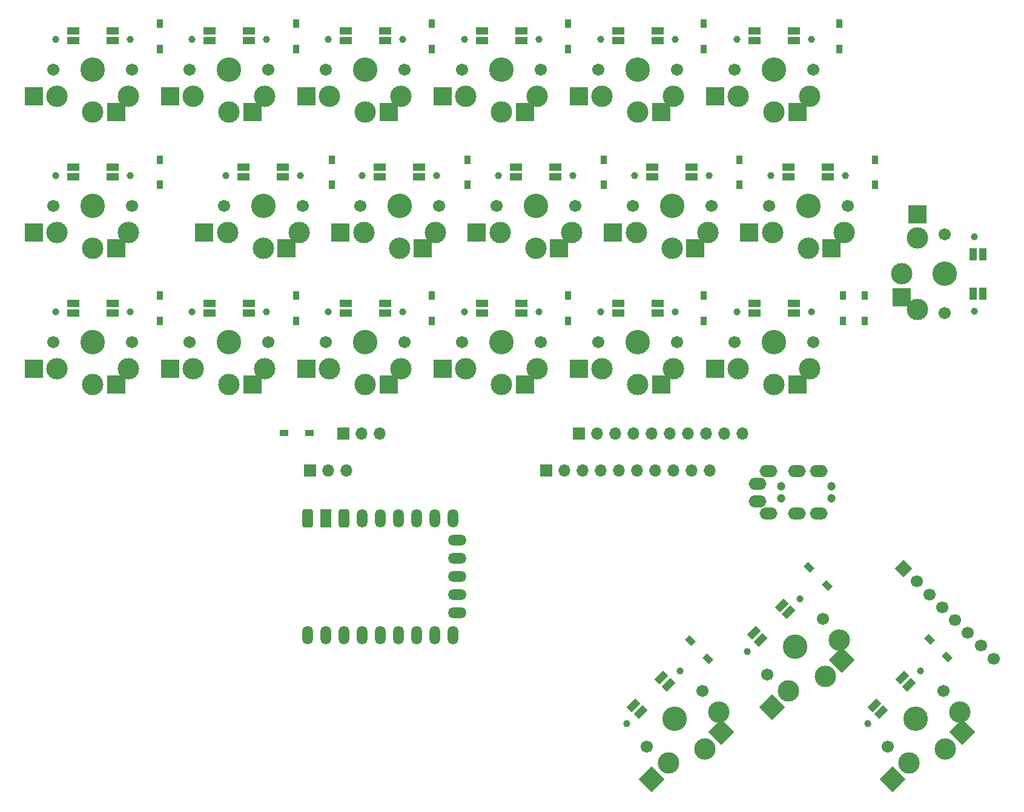
<source format=gbr>
G04 #@! TF.GenerationSoftware,KiCad,Pcbnew,8.0.3*
G04 #@! TF.CreationDate,2024-06-24T22:19:19+09:00*
G04 #@! TF.ProjectId,sepsepkbd,73657073-6570-46b6-9264-2e6b69636164,2.1*
G04 #@! TF.SameCoordinates,Original*
G04 #@! TF.FileFunction,Soldermask,Bot*
G04 #@! TF.FilePolarity,Negative*
%FSLAX46Y46*%
G04 Gerber Fmt 4.6, Leading zero omitted, Abs format (unit mm)*
G04 Created by KiCad (PCBNEW 8.0.3) date 2024-06-24 22:19:19*
%MOMM*%
%LPD*%
G01*
G04 APERTURE LIST*
G04 Aperture macros list*
%AMRoundRect*
0 Rectangle with rounded corners*
0 $1 Rounding radius*
0 $2 $3 $4 $5 $6 $7 $8 $9 X,Y pos of 4 corners*
0 Add a 4 corners polygon primitive as box body*
4,1,4,$2,$3,$4,$5,$6,$7,$8,$9,$2,$3,0*
0 Add four circle primitives for the rounded corners*
1,1,$1+$1,$2,$3*
1,1,$1+$1,$4,$5*
1,1,$1+$1,$6,$7*
1,1,$1+$1,$8,$9*
0 Add four rect primitives between the rounded corners*
20,1,$1+$1,$2,$3,$4,$5,0*
20,1,$1+$1,$4,$5,$6,$7,0*
20,1,$1+$1,$6,$7,$8,$9,0*
20,1,$1+$1,$8,$9,$2,$3,0*%
%AMHorizOval*
0 Thick line with rounded ends*
0 $1 width*
0 $2 $3 position (X,Y) of the first rounded end (center of the circle)*
0 $4 $5 position (X,Y) of the second rounded end (center of the circle)*
0 Add line between two ends*
20,1,$1,$2,$3,$4,$5,0*
0 Add two circle primitives to create the rounded ends*
1,1,$1,$2,$3*
1,1,$1,$4,$5*%
%AMRotRect*
0 Rectangle, with rotation*
0 The origin of the aperture is its center*
0 $1 length*
0 $2 width*
0 $3 Rotation angle, in degrees counterclockwise*
0 Add horizontal line*
21,1,$1,$2,0,0,$3*%
G04 Aperture macros list end*
%ADD10R,1.700000X1.700000*%
%ADD11O,1.700000X1.700000*%
%ADD12RotRect,1.700000X1.700000X45.000000*%
%ADD13HorizOval,1.700000X0.000000X0.000000X0.000000X0.000000X0*%
%ADD14R,0.950000X1.300000*%
%ADD15R,1.700000X1.000000*%
%ADD16C,1.701800*%
%ADD17C,0.990600*%
%ADD18C,3.000000*%
%ADD19C,3.429000*%
%ADD20R,2.600000X2.600000*%
%ADD21RotRect,2.600000X2.600000X45.000000*%
%ADD22R,1.000000X1.700000*%
%ADD23R,1.300000X0.950000*%
%ADD24RotRect,1.700000X1.000000X45.000000*%
%ADD25C,1.200000*%
%ADD26O,2.500000X1.700000*%
%ADD27O,1.500000X2.600000*%
%ADD28O,2.600000X1.500000*%
%ADD29RoundRect,0.375000X0.375000X-0.925000X0.375000X0.925000X-0.375000X0.925000X-0.375000X-0.925000X0*%
%ADD30R,1.500000X2.600000*%
%ADD31RotRect,1.300000X0.950000X315.000000*%
G04 APERTURE END LIST*
D10*
X97000000Y-78000000D03*
D11*
X99540000Y-78000000D03*
X102080000Y-78000000D03*
X104620000Y-78000000D03*
X107160000Y-78000000D03*
X109700000Y-78000000D03*
X112240000Y-78000000D03*
X114780000Y-78000000D03*
X117320000Y-78000000D03*
X119860000Y-78000000D03*
D10*
X64000000Y-78000000D03*
D11*
X66540000Y-78000000D03*
X69080000Y-78000000D03*
D12*
X142391636Y-96900000D03*
D13*
X144187687Y-98696051D03*
X145983738Y-100492102D03*
X147779790Y-102288154D03*
X149575841Y-104084205D03*
X151371892Y-105880256D03*
X153167943Y-107676307D03*
X154963995Y-109472359D03*
D10*
X59391636Y-83200000D03*
D11*
X61931636Y-83200000D03*
X64471636Y-83200000D03*
D10*
X92391636Y-83200000D03*
D11*
X94931636Y-83200000D03*
X97471636Y-83200000D03*
X100011636Y-83200000D03*
X102551636Y-83200000D03*
X105091636Y-83200000D03*
X107631636Y-83200000D03*
X110171636Y-83200000D03*
X112711636Y-83200000D03*
X115251636Y-83200000D03*
D14*
X133420000Y-20700000D03*
X133420000Y-24250000D03*
X100420000Y-39700000D03*
X100420000Y-43250000D03*
D15*
X45320000Y-21700000D03*
X45320000Y-23100000D03*
X50820000Y-23100000D03*
X50820000Y-21700000D03*
D16*
X85432500Y-46150000D03*
D17*
X85712500Y-41950000D03*
D18*
X85932500Y-49900000D03*
D19*
X90932500Y-46150000D03*
D18*
X90932500Y-52100000D03*
X95932500Y-49900000D03*
D17*
X96152500Y-41950000D03*
D16*
X96432500Y-46150000D03*
D20*
X94207500Y-52100000D03*
X82657500Y-49900000D03*
D15*
X64370000Y-21700000D03*
X64370000Y-23100000D03*
X69870000Y-23100000D03*
X69870000Y-21700000D03*
D16*
X148082500Y-50175000D03*
D17*
X152282500Y-50455000D03*
D18*
X144332500Y-50675000D03*
D19*
X148082500Y-55675000D03*
D18*
X142132500Y-55675000D03*
X144332500Y-60675000D03*
D17*
X152282500Y-60895000D03*
D16*
X148082500Y-61175000D03*
D20*
X142132500Y-58950000D03*
X144332500Y-47400000D03*
D14*
X57420000Y-20700000D03*
X57420000Y-24250000D03*
D15*
X50082500Y-40750000D03*
X50082500Y-42150000D03*
X55582500Y-42150000D03*
X55582500Y-40750000D03*
X83420000Y-21700000D03*
X83420000Y-23100000D03*
X88920000Y-23100000D03*
X88920000Y-21700000D03*
D16*
X104482500Y-46150000D03*
D17*
X104762500Y-41950000D03*
D18*
X104982500Y-49900000D03*
D19*
X109982500Y-46150000D03*
D18*
X109982500Y-52100000D03*
X114982500Y-49900000D03*
D17*
X115202500Y-41950000D03*
D16*
X115482500Y-46150000D03*
D20*
X113257500Y-52100000D03*
X101707500Y-49900000D03*
D16*
X61620000Y-65200000D03*
D17*
X61900000Y-61000000D03*
D18*
X62120000Y-68950000D03*
D19*
X67120000Y-65200000D03*
D18*
X67120000Y-71150000D03*
X72120000Y-68950000D03*
D17*
X72340000Y-61000000D03*
D16*
X72620000Y-65200000D03*
D20*
X70395000Y-71150000D03*
X58845000Y-68950000D03*
D16*
X23520000Y-46150000D03*
D17*
X23800000Y-41950000D03*
D18*
X24020000Y-49900000D03*
D19*
X29020000Y-46150000D03*
D18*
X29020000Y-52100000D03*
X34020000Y-49900000D03*
D17*
X34240000Y-41950000D03*
D16*
X34520000Y-46150000D03*
D20*
X32295000Y-52100000D03*
X20745000Y-49900000D03*
D14*
X76420000Y-20700000D03*
X76420000Y-24250000D03*
D16*
X106464569Y-121766875D03*
D17*
X103692710Y-118599037D03*
D18*
X109469773Y-124064972D03*
D19*
X110353656Y-117877788D03*
D18*
X114560941Y-122085073D03*
X116540840Y-116993905D03*
D17*
X111074905Y-111216842D03*
D16*
X114242743Y-113988701D03*
D21*
X116876716Y-119769299D03*
X107153998Y-126380747D03*
D16*
X140140529Y-121766875D03*
D17*
X137368670Y-118599037D03*
D18*
X143145733Y-124064972D03*
D19*
X144029616Y-117877788D03*
D18*
X148236901Y-122085073D03*
X150216800Y-116993905D03*
D17*
X144750865Y-111216842D03*
D16*
X147918703Y-113988701D03*
D21*
X150552676Y-119769299D03*
X140829958Y-126380747D03*
D14*
X38420000Y-20700000D03*
X38420000Y-24250000D03*
D22*
X153482500Y-52925000D03*
X152082500Y-52925000D03*
X152082500Y-58425000D03*
X153482500Y-58425000D03*
D23*
X55725000Y-77900000D03*
X59275000Y-77900000D03*
D15*
X64370000Y-59800000D03*
X64370000Y-61200000D03*
X69870000Y-61200000D03*
X69870000Y-59800000D03*
D14*
X57420000Y-58700000D03*
X57420000Y-62250000D03*
D15*
X26270000Y-21700000D03*
X26270000Y-23100000D03*
X31770000Y-23100000D03*
X31770000Y-21700000D03*
D24*
X104590736Y-116003956D03*
X105580685Y-116993905D03*
X109469772Y-113104818D03*
X108479823Y-112114869D03*
D14*
X136920000Y-58700000D03*
X136920000Y-62250000D03*
D25*
X132291636Y-85350000D03*
X125291636Y-85350000D03*
X132291636Y-87100000D03*
X125291636Y-87100000D03*
D26*
X121991636Y-85000000D03*
X121991636Y-87450000D03*
X130491636Y-83250000D03*
X130491636Y-89200000D03*
X127491636Y-83250000D03*
X127491636Y-89200000D03*
X123491636Y-83250000D03*
X123491636Y-89200000D03*
D14*
X133920000Y-58700000D03*
X133920000Y-62250000D03*
D24*
X121428717Y-105901167D03*
X122418666Y-106891116D03*
X126307753Y-103002029D03*
X125317804Y-102012080D03*
D14*
X38420000Y-39700000D03*
X38420000Y-43250000D03*
D15*
X26270000Y-40750000D03*
X26270000Y-42150000D03*
X31770000Y-42150000D03*
X31770000Y-40750000D03*
X102470000Y-21700000D03*
X102470000Y-23100000D03*
X107970000Y-23100000D03*
X107970000Y-21700000D03*
X45320000Y-59800000D03*
X45320000Y-61200000D03*
X50820000Y-61200000D03*
X50820000Y-59800000D03*
X83420000Y-59800000D03*
X83420000Y-61200000D03*
X88920000Y-61200000D03*
X88920000Y-59800000D03*
D16*
X123532500Y-46150000D03*
D17*
X123812500Y-41950000D03*
D18*
X124032500Y-49900000D03*
D19*
X129032500Y-46150000D03*
D18*
X129032500Y-52100000D03*
X134032500Y-49900000D03*
D17*
X134252500Y-41950000D03*
D16*
X134532500Y-46150000D03*
D20*
X132307500Y-52100000D03*
X120757500Y-49900000D03*
D16*
X80670000Y-65200000D03*
D17*
X80950000Y-61000000D03*
D18*
X81170000Y-68950000D03*
D19*
X86170000Y-65200000D03*
D18*
X86170000Y-71150000D03*
X91170000Y-68950000D03*
D17*
X91390000Y-61000000D03*
D16*
X91670000Y-65200000D03*
D20*
X89445000Y-71150000D03*
X77895000Y-68950000D03*
D16*
X123302549Y-111664087D03*
D17*
X120530690Y-108496249D03*
D18*
X126307753Y-113962184D03*
D19*
X127191636Y-107775000D03*
D18*
X131398921Y-111982285D03*
X133378820Y-106891117D03*
D17*
X127912885Y-101114054D03*
D16*
X131080723Y-103885913D03*
D21*
X133714696Y-109666511D03*
X123991978Y-116277959D03*
D14*
X114420000Y-20700000D03*
X114420000Y-24250000D03*
D15*
X88182500Y-40750000D03*
X88182500Y-42150000D03*
X93682500Y-42150000D03*
X93682500Y-40750000D03*
X102470000Y-59800000D03*
X102470000Y-61200000D03*
X107970000Y-61200000D03*
X107970000Y-59800000D03*
D14*
X95420000Y-58700000D03*
X95420000Y-62250000D03*
D16*
X66382500Y-46150000D03*
D17*
X66662500Y-41950000D03*
D18*
X66882500Y-49900000D03*
D19*
X71882500Y-46150000D03*
D18*
X71882500Y-52100000D03*
X76882500Y-49900000D03*
D17*
X77102500Y-41950000D03*
D16*
X77382500Y-46150000D03*
D20*
X75157500Y-52100000D03*
X63607500Y-49900000D03*
D15*
X121520000Y-21700000D03*
X121520000Y-23100000D03*
X127020000Y-23100000D03*
X127020000Y-21700000D03*
D16*
X118770000Y-27100000D03*
D17*
X119050000Y-22900000D03*
D18*
X119270000Y-30850000D03*
D19*
X124270000Y-27100000D03*
D18*
X124270000Y-33050000D03*
X129270000Y-30850000D03*
D17*
X129490000Y-22900000D03*
D16*
X129770000Y-27100000D03*
D20*
X127545000Y-33050000D03*
X115995000Y-30850000D03*
D27*
X59081636Y-106170000D03*
X61621636Y-106170000D03*
X64161637Y-106170000D03*
X66701636Y-106170000D03*
X69241636Y-106170000D03*
X71781636Y-106170000D03*
X74321635Y-106170000D03*
X76861636Y-106170000D03*
X79401636Y-106170000D03*
D28*
X79951636Y-103080000D03*
X79951636Y-100540000D03*
X79951636Y-98000000D03*
X79951636Y-95460000D03*
X79951636Y-92920000D03*
D27*
X79401636Y-89830000D03*
X76861636Y-89830000D03*
X74321635Y-89830000D03*
X71781636Y-89830000D03*
X69241636Y-89830000D03*
X66701636Y-89830000D03*
D29*
X64161637Y-89830000D03*
D30*
X61621636Y-89830000D03*
D29*
X59081636Y-89830000D03*
D14*
X62420000Y-39700000D03*
X62420000Y-43250000D03*
X76420000Y-58700000D03*
X76420000Y-62250000D03*
X81420000Y-39700000D03*
X81420000Y-43250000D03*
X114420000Y-58700000D03*
X114420000Y-62250000D03*
D16*
X42570000Y-65200000D03*
D17*
X42850000Y-61000000D03*
D18*
X43070000Y-68950000D03*
D19*
X48070000Y-65200000D03*
D18*
X48070000Y-71150000D03*
X53070000Y-68950000D03*
D17*
X53290000Y-61000000D03*
D16*
X53570000Y-65200000D03*
D20*
X51345000Y-71150000D03*
X39795000Y-68950000D03*
D16*
X23520000Y-65200000D03*
D17*
X23800000Y-61000000D03*
D18*
X24020000Y-68950000D03*
D19*
X29020000Y-65200000D03*
D18*
X29020000Y-71150000D03*
X34020000Y-68950000D03*
D17*
X34240000Y-61000000D03*
D16*
X34520000Y-65200000D03*
D20*
X32295000Y-71150000D03*
X20745000Y-68950000D03*
D16*
X42570000Y-27100000D03*
D17*
X42850000Y-22900000D03*
D18*
X43070000Y-30850000D03*
D19*
X48070000Y-27100000D03*
D18*
X48070000Y-33050000D03*
X53070000Y-30850000D03*
D17*
X53290000Y-22900000D03*
D16*
X53570000Y-27100000D03*
D20*
X51345000Y-33050000D03*
X39795000Y-30850000D03*
D14*
X95462500Y-20700000D03*
X95462500Y-24250000D03*
D16*
X23520000Y-27100000D03*
D17*
X23800000Y-22900000D03*
D18*
X24020000Y-30850000D03*
D19*
X29020000Y-27100000D03*
D18*
X29020000Y-33050000D03*
X34020000Y-30850000D03*
D17*
X34240000Y-22900000D03*
D16*
X34520000Y-27100000D03*
D20*
X32295000Y-33050000D03*
X20745000Y-30850000D03*
D16*
X99720000Y-27100000D03*
D17*
X100000000Y-22900000D03*
D18*
X100220000Y-30850000D03*
D19*
X105220000Y-27100000D03*
D18*
X105220000Y-33050000D03*
X110220000Y-30850000D03*
D17*
X110440000Y-22900000D03*
D16*
X110720000Y-27100000D03*
D20*
X108495000Y-33050000D03*
X96945000Y-30850000D03*
D16*
X47332500Y-46150000D03*
D17*
X47612500Y-41950000D03*
D18*
X47832500Y-49900000D03*
D19*
X52832500Y-46150000D03*
D18*
X52832500Y-52100000D03*
X57832500Y-49900000D03*
D17*
X58052500Y-41950000D03*
D16*
X58332500Y-46150000D03*
D20*
X56107500Y-52100000D03*
X44557500Y-49900000D03*
D15*
X69132500Y-40750000D03*
X69132500Y-42150000D03*
X74632500Y-42150000D03*
X74632500Y-40750000D03*
X26270000Y-59800000D03*
X26270000Y-61200000D03*
X31770000Y-61200000D03*
X31770000Y-59800000D03*
X107232500Y-40750000D03*
X107232500Y-42150000D03*
X112732500Y-42150000D03*
X112732500Y-40750000D03*
X126282500Y-40750000D03*
X126282500Y-42150000D03*
X131782500Y-42150000D03*
X131782500Y-40750000D03*
D16*
X80670000Y-27100000D03*
D17*
X80950000Y-22900000D03*
D18*
X81170000Y-30850000D03*
D19*
X86170000Y-27100000D03*
D18*
X86170000Y-33050000D03*
X91170000Y-30850000D03*
D17*
X91390000Y-22900000D03*
D16*
X91670000Y-27100000D03*
D20*
X89445000Y-33050000D03*
X77895000Y-30850000D03*
D15*
X121520000Y-59800000D03*
X121520000Y-61200000D03*
X127020000Y-61200000D03*
X127020000Y-59800000D03*
D14*
X119420000Y-39700000D03*
X119420000Y-43250000D03*
X38420000Y-58700000D03*
X38420000Y-62250000D03*
D16*
X61620000Y-27100000D03*
D17*
X61900000Y-22900000D03*
D18*
X62120000Y-30850000D03*
D19*
X67120000Y-27100000D03*
D18*
X67120000Y-33050000D03*
X72120000Y-30850000D03*
D17*
X72340000Y-22900000D03*
D16*
X72620000Y-27100000D03*
D20*
X70395000Y-33050000D03*
X58845000Y-30850000D03*
D14*
X138420000Y-39700000D03*
X138420000Y-43250000D03*
D24*
X138266697Y-116003955D03*
X139256646Y-116993904D03*
X143145733Y-113104817D03*
X142155784Y-112114868D03*
D16*
X99720000Y-65200000D03*
D17*
X100000000Y-61000000D03*
D18*
X100220000Y-68950000D03*
D19*
X105220000Y-65200000D03*
D18*
X105220000Y-71150000D03*
X110220000Y-68950000D03*
D17*
X110440000Y-61000000D03*
D16*
X110720000Y-65200000D03*
D20*
X108495000Y-71150000D03*
X96945000Y-68950000D03*
D16*
X118770000Y-65200000D03*
D17*
X119050000Y-61000000D03*
D18*
X119270000Y-68950000D03*
D19*
X124270000Y-65200000D03*
D18*
X124270000Y-71150000D03*
X129270000Y-68950000D03*
D17*
X129490000Y-61000000D03*
D16*
X129770000Y-65200000D03*
D20*
X127545000Y-71150000D03*
X115995000Y-68950000D03*
D31*
X129159160Y-96712314D03*
X131669390Y-99222544D03*
X112542151Y-106965362D03*
X115052381Y-109475592D03*
X145961785Y-106779746D03*
X148472015Y-109289976D03*
M02*

</source>
